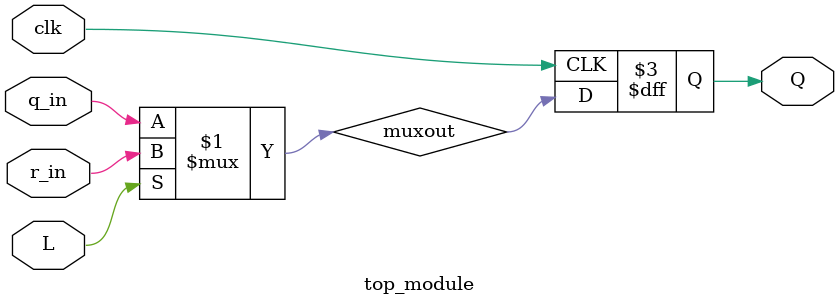
<source format=v>
module top_module (
	input clk,
	input L,
	input r_in,
	input q_in,
	output reg Q);
    
    wire muxout;
    
    assign muxout = ( L ) ? r_in : q_in;
    
    always @ (posedge clk) begin
       	Q <= muxout;
    end // always

endmodule

</source>
